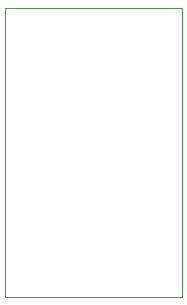
<source format=gbr>
G04 #@! TF.GenerationSoftware,KiCad,Pcbnew,(6.0.7-1)-1*
G04 #@! TF.CreationDate,2023-04-07T16:35:06+08:00*
G04 #@! TF.ProjectId,picofly,7069636f-666c-4792-9e6b-696361645f70,REV1*
G04 #@! TF.SameCoordinates,Original*
G04 #@! TF.FileFunction,Profile,NP*
%FSLAX46Y46*%
G04 Gerber Fmt 4.6, Leading zero omitted, Abs format (unit mm)*
G04 Created by KiCad (PCBNEW (6.0.7-1)-1) date 2023-04-07 16:35:06*
%MOMM*%
%LPD*%
G01*
G04 APERTURE LIST*
G04 #@! TA.AperFunction,Profile*
%ADD10C,0.100000*%
G04 #@! TD*
G04 APERTURE END LIST*
D10*
X100000000Y-100000000D02*
X100000000Y-75500000D01*
X100000000Y-100000000D02*
X115000000Y-100000000D01*
X115000000Y-75500000D02*
X115000000Y-100000000D01*
X100000000Y-75500000D02*
X115000000Y-75500000D01*
M02*

</source>
